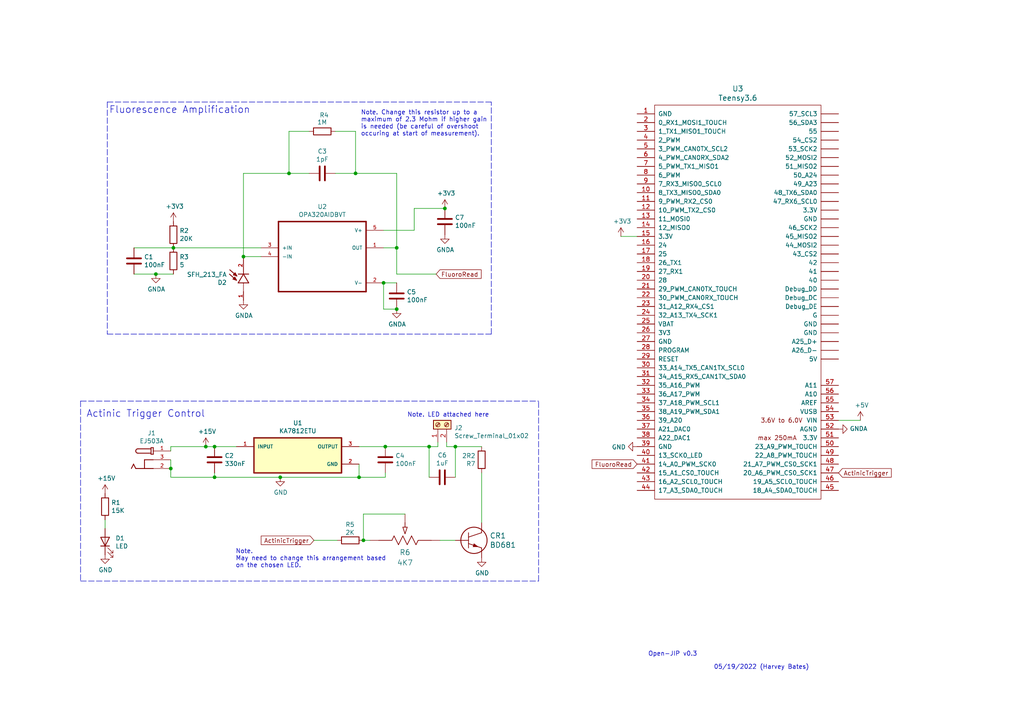
<source format=kicad_sch>
(kicad_sch (version 20211123) (generator eeschema)
  (paper "A4")
  (lib_symbols
    (symbol "3386G-1-102LF:3386G-1-102LF" (pin_numbers hide) (pin_names (offset -1.651) hide)
      (property "Reference" "R" (at 10.795 -3.175 0))
      (property "Value" "3386G-1-102LF" (at 10.795 -9.525 0))
      (symbol "3386G-1-102LF_1_1"
        (polyline (pts (xy 2.54 0) (xy 6.35 0)) (stroke (width 0.2032)))
        (polyline (pts (xy 6.35 0) (xy 6.985 1.27)) (stroke (width 0.2032)))
        (polyline (pts (xy 6.985 1.27) (xy 8.255 -1.27)) (stroke (width 0.2032)))
        (polyline (pts (xy 8.255 -1.27) (xy 9.525 1.27)) (stroke (width 0.2032)))
        (polyline (pts (xy 9.525 1.27) (xy 10.795 -1.27)) (stroke (width 0.2032)))
        (polyline (pts (xy 9.525 3.81) (xy 10.16 1.905)) (stroke (width 0.2032)))
        (polyline (pts (xy 9.525 3.81) (xy 10.795 3.81)) (stroke (width 0.2032)))
        (polyline (pts (xy 10.16 3.81) (xy 10.16 5.08)) (stroke (width 0.2032)))
        (polyline (pts (xy 10.795 -1.27) (xy 12.065 1.27)) (stroke (width 0.2032)))
        (polyline (pts (xy 10.795 3.81) (xy 10.16 1.905)) (stroke (width 0.2032)))
        (polyline (pts (xy 12.065 1.27) (xy 13.335 -1.27)) (stroke (width 0.2032)))
        (polyline (pts (xy 13.335 -1.27) (xy 13.97 0)) (stroke (width 0.2032)))
        (polyline (pts (xy 13.97 0) (xy 17.78 0)) (stroke (width 0.2032)))
        (pin unspecified line (at 0 0 0) (length 2.54) (name "1") (number "1"))
        (pin unspecified line (at 10.16 7.62 270) (length 2.54) (name "2") (number "2"))
        (pin unspecified line (at 20.32 0 180) (length 2.54) (name "3") (number "3"))
      )
    )
    (symbol "Connector:Screw_Terminal_01x02" (pin_names (offset 1.016) hide)
      (property "Reference" "J" (at 0 2.54 0))
      (property "Value" "Screw_Terminal_01x02" (at 0 -5.08 0))
      (symbol "Screw_Terminal_01x02_1_1"
        (rectangle (start -1.27 1.27) (end 1.27 -3.81) (stroke (width 0.254)) (fill (type background)))
        (circle (center 0 -2.54) (radius 0.635) (stroke (width 0.1524)))
        (polyline (pts (xy -0.5334 -2.2098) (xy 0.3302 -3.048)) (stroke (width 0.1524)))
        (polyline (pts (xy -0.5334 0.3302) (xy 0.3302 -0.508)) (stroke (width 0.1524)))
        (polyline (pts (xy -0.3556 -2.032) (xy 0.508 -2.8702)) (stroke (width 0.1524)))
        (polyline (pts (xy -0.3556 0.508) (xy 0.508 -0.3302)) (stroke (width 0.1524)))
        (circle (center 0 0) (radius 0.635) (stroke (width 0.1524)))
        (pin passive line (at -5.08 0 0) (length 3.81) (name "Pin_1") (number "1"))
        (pin passive line (at -5.08 -2.54 0) (length 3.81) (name "Pin_2") (number "2"))
      )
    )
    (symbol "Device:C" (pin_numbers hide) (pin_names (offset 0.254))
      (property "Reference" "C" (at 0.635 2.54 0))
      (property "Value" "C" (at 0.635 -2.54 0))
      (symbol "C_0_1"
        (polyline (pts (xy -2.032 -0.762) (xy 2.032 -0.762)) (stroke (width 0.508)))
        (polyline (pts (xy -2.032 0.762) (xy 2.032 0.762)) (stroke (width 0.508)))
      )
      (symbol "C_1_1"
        (pin passive line (at 0 3.81 270) (length 2.794) (name "~") (number "1"))
        (pin passive line (at 0 -3.81 90) (length 2.794) (name "~") (number "2"))
      )
    )
    (symbol "Device:LED" (pin_numbers hide) (pin_names (offset 1.016) hide)
      (property "Reference" "D" (at 0 2.54 0))
      (property "Value" "LED" (at 0 -2.54 0))
      (symbol "LED_0_1"
        (polyline (pts (xy -1.27 -1.27) (xy -1.27 1.27)) (stroke (width 0.254)))
        (polyline (pts (xy -1.27 0) (xy 1.27 0)))
        (polyline (pts (xy 1.27 -1.27) (xy 1.27 1.27) (xy -1.27 0) (xy 1.27 -1.27)) (stroke (width 0.254)))
        (polyline (pts (xy -3.048 -0.762) (xy -4.572 -2.286) (xy -3.81 -2.286) (xy -4.572 -2.286) (xy -4.572 -1.524)))
        (polyline (pts (xy -1.778 -0.762) (xy -3.302 -2.286) (xy -2.54 -2.286) (xy -3.302 -2.286) (xy -3.302 -1.524)))
      )
      (symbol "LED_1_1"
        (pin passive line (at -3.81 0 0) (length 2.54) (name "K") (number "1"))
        (pin passive line (at 3.81 0 180) (length 2.54) (name "A") (number "2"))
      )
    )
    (symbol "Device:R" (pin_numbers hide) (pin_names (offset 0))
      (property "Reference" "R" (at 2.032 0 90))
      (property "Value" "R" (at 0 0 90))
      (symbol "R_0_1"
        (rectangle (start -1.016 -2.54) (end 1.016 2.54) (stroke (width 0.254)))
      )
      (symbol "R_1_1"
        (pin passive line (at 0 3.81 270) (length 1.27) (name "~") (number "1"))
        (pin passive line (at 0 -3.81 90) (length 1.27) (name "~") (number "2"))
      )
    )
    (symbol "Open-JIP-rescue:+3.3V-power" (power) (pin_names (offset 0))
      (property "Value" "+3.3V-power" (at 0 3.556 0))
      (symbol "+3.3V-power_0_1"
        (polyline (pts (xy -0.762 1.27) (xy 0 2.54)))
        (polyline (pts (xy 0 0) (xy 0 2.54)))
        (polyline (pts (xy 0 2.54) (xy 0.762 1.27)))
      )
      (symbol "+3.3V-power_1_1"
        (pin power_in line (at 0 0 90) (length 0) hide (name "+3V3") (number "1"))
      )
    )
    (symbol "Open-JIP-rescue:BD681-BD681" (pin_numbers hide) (pin_names (offset 0) hide)
      (property "Reference" "CR" (at 10.16 2.54 0))
      (property "Value" "BD681-BD681" (at 10.16 -5.08 0))
      (symbol "BD681-BD681_1_1"
        (polyline (pts (xy 2.54 0) (xy 3.81 0)) (stroke (width 0.2032)))
        (polyline (pts (xy 3.81 -2.2098) (xy 3.81 2.2098)) (stroke (width 0.2032)))
        (polyline (pts (xy 3.81 -0.9398) (xy 7.62 -2.2098)) (stroke (width 0.2032)))
        (polyline (pts (xy 3.81 0.9398) (xy 7.62 2.2098)) (stroke (width 0.2032)))
        (polyline (pts (xy 7.62 -2.54) (xy 7.62 -2.2098)) (stroke (width 0.2032)))
        (polyline (pts (xy 7.62 2.2098) (xy 7.62 2.54)) (stroke (width 0.2032)))
        (polyline (pts (xy 5.3848 -0.9398) (xy 5.08 -1.905) (xy 6.6548 -1.905) (xy 5.3848 -0.9398)) (stroke (width 0.0254)) (fill (type outline)))
        (circle (center 5.3848 0) (radius 3.81) (stroke (width 0.254)))
        (pin unspecified line (at 0 0 0) (length 2.54) (name "B") (number "1"))
        (pin unspecified line (at 7.62 5.08 270) (length 2.54) (name "C") (number "2"))
        (pin unspecified line (at 7.62 -5.08 90) (length 2.54) (name "E") (number "3"))
      )
    )
    (symbol "Open-JIP-rescue:EJ503A-DCJack_EJ503A" (pin_names (offset 1.016) hide)
      (property "Reference" "J" (at -5.08 5.08 0))
      (property "Value" "EJ503A-DCJack_EJ503A" (at -5.08 -7.62 0))
      (symbol "EJ503A-DCJack_EJ503A_0_0"
        (arc (start -5.08 2.54) (mid -4.894 2.091) (end -4.445 1.905) (stroke (width 0.254)))
        (arc (start -4.445 3.175) (mid -4.894 2.989) (end -5.08 2.54) (stroke (width 0.254)))
        (polyline (pts (xy -5.715 -1.27) (xy -6.35 -2.54)) (stroke (width 0.254)))
        (polyline (pts (xy -5.08 -2.54) (xy -5.715 -1.27)) (stroke (width 0.254)))
        (polyline (pts (xy -4.445 1.905) (xy -0.635 1.905)) (stroke (width 0.254)))
        (polyline (pts (xy -2.54 -2.54) (xy -5.08 -2.54)) (stroke (width 0.254)))
        (polyline (pts (xy -2.54 0) (xy -2.54 -2.54)) (stroke (width 0.254)))
        (polyline (pts (xy -0.635 1.6002) (xy -0.635 1.905)) (stroke (width 0.254)))
        (polyline (pts (xy -0.635 1.905) (xy -0.635 3.175)) (stroke (width 0.254)))
        (polyline (pts (xy -0.635 3.175) (xy -4.445 3.175)) (stroke (width 0.254)))
        (polyline (pts (xy -0.635 3.175) (xy -0.635 3.5052)) (stroke (width 0.254)))
        (polyline (pts (xy -0.635 3.5052) (xy 0 3.5052)) (stroke (width 0.254)))
        (polyline (pts (xy 0 -2.54) (xy -2.54 -2.54)) (stroke (width 0.254)))
        (polyline (pts (xy 0 0) (xy -2.54 0)) (stroke (width 0.254)))
        (polyline (pts (xy 0 1.6002) (xy -0.635 1.6002)) (stroke (width 0.254)))
        (polyline (pts (xy 0 3.5052) (xy 0 1.6002)) (stroke (width 0.254)))
        (pin passive line (at 5.08 2.54 180) (length 5.08) (name "~") (number "1"))
        (pin passive line (at 5.08 -2.54 180) (length 5.08) (name "~") (number "2"))
        (pin passive line (at 5.08 0 180) (length 5.08) (name "~") (number "3"))
      )
    )
    (symbol "Open-JIP-rescue:KA7812ETU-KA7812ETU" (pin_names (offset 1.016))
      (property "Reference" "U" (at -12.7 6.0706 0))
      (property "Value" "KA7812ETU-KA7812ETU" (at -12.7 -9.0678 0))
      (symbol "KA7812ETU-KA7812ETU_0_0"
        (rectangle (start -12.7 -5.08) (end 12.7 5.08) (stroke (width 0.4064)) (fill (type background)))
        (pin input line (at -17.78 2.54 0) (length 5.08) (name "INPUT") (number "1"))
        (pin power_in line (at 17.78 -2.54 180) (length 5.08) (name "GND") (number "2"))
        (pin output line (at 17.78 2.54 180) (length 5.08) (name "OUTPUT") (number "3"))
      )
    )
    (symbol "Open-JIP-rescue:OPA320AIDBVT-OPA320AIDBVT" (pin_names (offset 1.016))
      (property "Reference" "U" (at -12.7 11.1506 0))
      (property "Value" "OPA320AIDBVT-OPA320AIDBVT" (at -12.7 -14.1478 0))
      (symbol "OPA320AIDBVT-OPA320AIDBVT_0_0"
        (polyline (pts (xy -12.7 -10.16) (xy -12.7 10.16)) (stroke (width 0.4064)))
        (polyline (pts (xy -12.7 10.16) (xy 12.7 10.16)) (stroke (width 0.4064)))
        (polyline (pts (xy 12.7 -10.16) (xy -12.7 -10.16)) (stroke (width 0.4064)))
        (polyline (pts (xy 12.7 10.16) (xy 12.7 -10.16)) (stroke (width 0.4064)))
        (pin output line (at 17.78 2.54 180) (length 5.08) (name "OUT") (number "1"))
        (pin power_in line (at 17.78 -7.62 180) (length 5.08) (name "V-") (number "2"))
        (pin input line (at -17.78 2.54 0) (length 5.08) (name "+IN") (number "3"))
        (pin input line (at -17.78 0 0) (length 5.08) (name "-IN") (number "4"))
        (pin power_in line (at 17.78 7.62 180) (length 5.08) (name "V+") (number "5"))
      )
    )
    (symbol "Open-JIP-rescue:SFH_213_FA-SFH_213_FA" (pin_names (offset 1.016) hide)
      (property "Reference" "D" (at -3.0988 4.4958 0))
      (property "Value" "SFH_213_FA-SFH_213_FA" (at -3.556 -3.302 0))
      (symbol "SFH_213_FA-SFH_213_FA_0_0"
        (polyline (pts (xy -2.54 -1.524) (xy 0 0)) (stroke (width 0.254)))
        (polyline (pts (xy -2.54 0) (xy -5.08 0)) (stroke (width 0.1524)))
        (polyline (pts (xy -2.54 0) (xy -2.54 -1.524)) (stroke (width 0.254)))
        (polyline (pts (xy -2.54 1.524) (xy -2.54 0)) (stroke (width 0.254)))
        (polyline (pts (xy -1.778 2.032) (xy -1.4478 2.9972)) (stroke (width 0.254)))
        (polyline (pts (xy -1.778 2.032) (xy 0 4.064)) (stroke (width 0.254)))
        (polyline (pts (xy -1.4732 2.2606) (xy -1.3462 2.2606)) (stroke (width 0.254)))
        (polyline (pts (xy -1.4478 2.9972) (xy -1.4732 2.2606)) (stroke (width 0.254)))
        (polyline (pts (xy -1.4478 2.9972) (xy -0.889 2.5146)) (stroke (width 0.254)))
        (polyline (pts (xy -1.0668 2.5908) (xy -1.2954 2.4384)) (stroke (width 0.254)))
        (polyline (pts (xy -0.889 2.5146) (xy -1.778 2.032)) (stroke (width 0.254)))
        (polyline (pts (xy -0.5334 1.9304) (xy -0.2032 2.8956)) (stroke (width 0.254)))
        (polyline (pts (xy -0.5334 1.9304) (xy 1.2446 3.9624)) (stroke (width 0.254)))
        (polyline (pts (xy -0.2286 2.159) (xy -0.1016 2.159)) (stroke (width 0.254)))
        (polyline (pts (xy -0.2032 2.8956) (xy -0.2286 2.159)) (stroke (width 0.254)))
        (polyline (pts (xy -0.2032 2.8956) (xy 0.3556 2.413)) (stroke (width 0.254)))
        (polyline (pts (xy 0 0) (xy -2.54 1.524)) (stroke (width 0.254)))
        (polyline (pts (xy 0 1.524) (xy 0 -1.524)) (stroke (width 0.254)))
        (polyline (pts (xy 0.1778 2.4892) (xy -0.0508 2.3368)) (stroke (width 0.254)))
        (polyline (pts (xy 0.3556 2.413) (xy -0.5334 1.9304)) (stroke (width 0.254)))
        (pin passive line (at -7.62 0 0) (length 2.54) (name "~") (number "1"))
        (pin passive line (at 5.08 0 180) (length 5.08) (name "~") (number "2"))
      )
    )
    (symbol "Open-JIP-rescue:Teensy3.6-teensy" (pin_names (offset 1.016))
      (property "Reference" "U" (at 0 59.69 0))
      (property "Value" "Teensy3.6-teensy" (at 0 -59.69 0))
      (symbol "Teensy3.6-teensy_0_0"
        (rectangle (start -24.13 57.15) (end 24.13 -57.15))
        (text "3.6V to 6.0V" (at 12.7 -34.29 0) (effects (font (size 1.27 1.27))))
        (text "max 250mA" (at 11.43 -39.37 0) (effects (font (size 1.27 1.27))))
      )
      (symbol "Teensy3.6-teensy_1_1"
        (pin power_in line (at -29.21 54.61 0) (length 5.08) (name "GND") (number "1"))
        (pin bidirectional line (at -29.21 31.75 0) (length 5.08) (name "8_TX3_MISO0_SDA0") (number "10"))
        (pin bidirectional line (at -29.21 29.21 0) (length 5.08) (name "9_PWM_RX2_CS0") (number "11"))
        (pin bidirectional line (at -29.21 26.67 0) (length 5.08) (name "10_PWM_TX2_CS0") (number "12"))
        (pin bidirectional line (at -29.21 24.13 0) (length 5.08) (name "11_MOSI0") (number "13"))
        (pin bidirectional line (at -29.21 21.59 0) (length 5.08) (name "12_MISO0") (number "14"))
        (pin power_in line (at -29.21 19.05 0) (length 5.08) (name "3.3V") (number "15"))
        (pin bidirectional line (at -29.21 16.51 0) (length 5.08) (name "24") (number "16"))
        (pin bidirectional line (at -29.21 13.97 0) (length 5.08) (name "25") (number "17"))
        (pin bidirectional line (at -29.21 11.43 0) (length 5.08) (name "26_TX1") (number "18"))
        (pin bidirectional line (at -29.21 8.89 0) (length 5.08) (name "27_RX1") (number "19"))
        (pin bidirectional line (at -29.21 52.07 0) (length 5.08) (name "0_RX1_MOSI1_TOUCH") (number "2"))
        (pin bidirectional line (at -29.21 6.35 0) (length 5.08) (name "28") (number "20"))
        (pin bidirectional line (at -29.21 3.81 0) (length 5.08) (name "29_PWM_CAN0TX_TOUCH") (number "21"))
        (pin bidirectional line (at -29.21 1.27 0) (length 5.08) (name "30_PWM_CAN0RX_TOUCH") (number "22"))
        (pin bidirectional line (at -29.21 -1.27 0) (length 5.08) (name "31_A12_RX4_CS1") (number "23"))
        (pin bidirectional line (at -29.21 -3.81 0) (length 5.08) (name "32_A13_TX4_SCK1") (number "24"))
        (pin power_in line (at -29.21 -6.35 0) (length 5.08) (name "VBAT") (number "25"))
        (pin power_in line (at -29.21 -8.89 0) (length 5.08) (name "3V3") (number "26"))
        (pin power_in line (at -29.21 -11.43 0) (length 5.08) (name "GND") (number "27"))
        (pin input line (at -29.21 -13.97 0) (length 5.08) (name "PROGRAM") (number "28"))
        (pin input line (at -29.21 -16.51 0) (length 5.08) (name "RESET") (number "29"))
        (pin bidirectional line (at -29.21 49.53 0) (length 5.08) (name "1_TX1_MISO1_TOUCH") (number "3"))
        (pin bidirectional line (at -29.21 -19.05 0) (length 5.08) (name "33_A14_TX5_CAN1TX_SCL0") (number "30"))
        (pin bidirectional line (at -29.21 -21.59 0) (length 5.08) (name "34_A15_RX5_CAN1TX_SDA0") (number "31"))
        (pin bidirectional line (at -29.21 -24.13 0) (length 5.08) (name "35_A16_PWM") (number "32"))
        (pin bidirectional line (at -29.21 -26.67 0) (length 5.08) (name "36_A17_PWM") (number "33"))
        (pin bidirectional line (at -29.21 -29.21 0) (length 5.08) (name "37_A18_PWM_SCL1") (number "34"))
        (pin bidirectional line (at -29.21 -31.75 0) (length 5.08) (name "38_A19_PWM_SDA1") (number "35"))
        (pin bidirectional line (at -29.21 -34.29 0) (length 5.08) (name "39_A20") (number "36"))
        (pin bidirectional line (at -29.21 -36.83 0) (length 5.08) (name "A21_DAC0") (number "37"))
        (pin bidirectional line (at -29.21 -39.37 0) (length 5.08) (name "A22_DAC1") (number "38"))
        (pin power_in line (at -29.21 -41.91 0) (length 5.08) (name "GND") (number "39"))
        (pin bidirectional line (at -29.21 46.99 0) (length 5.08) (name "2_PWM") (number "4"))
        (pin bidirectional line (at -29.21 -44.45 0) (length 5.08) (name "13_SCK0_LED") (number "40"))
        (pin bidirectional line (at -29.21 -46.99 0) (length 5.08) (name "14_A0_PWM_SCK0") (number "41"))
        (pin bidirectional line (at -29.21 -49.53 0) (length 5.08) (name "15_A1_CS0_TOUCH") (number "42"))
        (pin bidirectional line (at -29.21 -52.07 0) (length 5.08) (name "16_A2_SCL0_TOUCH") (number "43"))
        (pin bidirectional line (at -29.21 -54.61 0) (length 5.08) (name "17_A3_SDA0_TOUCH") (number "44"))
        (pin bidirectional line (at 29.21 -54.61 180) (length 5.08) (name "18_A4_SDA0_TOUCH") (number "45"))
        (pin bidirectional line (at 29.21 -52.07 180) (length 5.08) (name "19_A5_SCL0_TOUCH") (number "46"))
        (pin bidirectional line (at 29.21 -49.53 180) (length 5.08) (name "20_A6_PWM_CS0_SCK1") (number "47"))
        (pin bidirectional line (at 29.21 -46.99 180) (length 5.08) (name "21_A7_PWM_CS0_SCK1") (number "48"))
        (pin bidirectional line (at 29.21 -44.45 180) (length 5.08) (name "22_A8_PWM_TOUCH") (number "49"))
        (pin bidirectional line (at -29.21 44.45 0) (length 5.08) (name "3_PWM_CAN0TX_SCL2") (number "5"))
        (pin bidirectional line (at 29.21 -41.91 180) (length 5.08) (name "23_A9_PWM_TOUCH") (number "50"))
        (pin power_out line (at 29.21 -39.37 180) (length 5.08) (name "3.3V") (number "51"))
        (pin power_out line (at 29.21 -36.83 180) (length 5.08) (name "AGND") (number "52"))
        (pin power_in line (at 29.21 -34.29 180) (length 5.08) (name "VIN") (number "53"))
        (pin power_in line (at 29.21 -31.75 180) (length 5.08) (name "VUSB") (number "54"))
        (pin input line (at 29.21 -29.21 180) (length 5.08) (name "AREF") (number "55"))
        (pin bidirectional line (at 29.21 -26.67 180) (length 5.08) (name "A10") (number "56"))
        (pin bidirectional line (at 29.21 -24.13 180) (length 5.08) (name "A11") (number "57"))
        (pin bidirectional line (at -29.21 41.91 0) (length 5.08) (name "4_PWM_CAN0RX_SDA2") (number "6"))
        (pin bidirectional line (at -29.21 39.37 0) (length 5.08) (name "5_PWM_TX1_MISO1") (number "7"))
        (pin bidirectional line (at -29.21 36.83 0) (length 5.08) (name "6_PWM") (number "8"))
        (pin bidirectional line (at -29.21 34.29 0) (length 5.08) (name "7_RX3_MISO0_SCL0") (number "9"))
        (pin power_in line (at 29.21 26.67 180) (length 5.08) (name "3.3V") (number "~"))
        (pin bidirectional line (at 29.21 6.35 180) (length 5.08) (name "40") (number "~"))
        (pin bidirectional line (at 29.21 8.89 180) (length 5.08) (name "41") (number "~"))
        (pin bidirectional line (at 29.21 11.43 180) (length 5.08) (name "42") (number "~"))
        (pin bidirectional line (at 29.21 13.97 180) (length 5.08) (name "43_CS2") (number "~"))
        (pin bidirectional line (at 29.21 16.51 180) (length 5.08) (name "44_MOSI2") (number "~"))
        (pin bidirectional line (at 29.21 19.05 180) (length 5.08) (name "45_MISO2") (number "~"))
        (pin bidirectional line (at 29.21 21.59 180) (length 5.08) (name "46_SCK2") (number "~"))
        (pin bidirectional line (at 29.21 29.21 180) (length 5.08) (name "47_RX6_SCL0") (number "~"))
        (pin bidirectional line (at 29.21 31.75 180) (length 5.08) (name "48_TX6_SDA0") (number "~"))
        (pin bidirectional line (at 29.21 34.29 180) (length 5.08) (name "49_A23") (number "~"))
        (pin bidirectional line (at 29.21 36.83 180) (length 5.08) (name "50_A24") (number "~"))
        (pin bidirectional line (at 29.21 39.37 180) (length 5.08) (name "51_MISO2") (number "~"))
        (pin bidirectional line (at 29.21 41.91 180) (length 5.08) (name "52_MOSI2") (number "~"))
        (pin bidirectional line (at 29.21 44.45 180) (length 5.08) (name "53_SCK2") (number "~"))
        (pin bidirectional line (at 29.21 46.99 180) (length 5.08) (name "54_CS2") (number "~"))
        (pin bidirectional line (at 29.21 49.53 180) (length 5.08) (name "55") (number "~"))
        (pin bidirectional line (at 29.21 52.07 180) (length 5.08) (name "56_SDA3") (number "~"))
        (pin bidirectional line (at 29.21 54.61 180) (length 5.08) (name "57_SCL3") (number "~"))
        (pin power_in line (at 29.21 -16.51 180) (length 5.08) (name "5V") (number "~"))
        (pin bidirectional line (at 29.21 -11.43 180) (length 5.08) (name "A25_D+") (number "~"))
        (pin bidirectional line (at 29.21 -13.97 180) (length 5.08) (name "A26_D-") (number "~"))
        (pin input line (at 29.21 1.27 180) (length 5.08) (name "Debug_DC") (number "~"))
        (pin input line (at 29.21 3.81 180) (length 5.08) (name "Debug_DD") (number "~"))
        (pin input line (at 29.21 -1.27 180) (length 5.08) (name "Debug_DE") (number "~"))
        (pin power_in line (at 29.21 -3.81 180) (length 5.08) (name "G") (number "~"))
        (pin power_in line (at 29.21 -8.89 180) (length 5.08) (name "GND") (number "~"))
        (pin power_in line (at 29.21 -6.35 180) (length 5.08) (name "GND") (number "~"))
        (pin power_in line (at 29.21 24.13 180) (length 5.08) (name "GND") (number "~"))
      )
    )
    (symbol "power:+15V" (power) (pin_names (offset 0))
      (property "Value" "+15V" (at 0 3.556 0))
      (symbol "+15V_0_1"
        (polyline (pts (xy -0.762 1.27) (xy 0 2.54)))
        (polyline (pts (xy 0 0) (xy 0 2.54)))
        (polyline (pts (xy 0 2.54) (xy 0.762 1.27)))
      )
      (symbol "+15V_1_1"
        (pin power_in line (at 0 0 90) (length 0) hide (name "+15V") (number "1"))
      )
    )
    (symbol "power:+5V" (power) (pin_names (offset 0))
      (property "Value" "+5V" (at 0 3.556 0))
      (symbol "+5V_0_1"
        (polyline (pts (xy -0.762 1.27) (xy 0 2.54)))
        (polyline (pts (xy 0 0) (xy 0 2.54)))
        (polyline (pts (xy 0 2.54) (xy 0.762 1.27)))
      )
      (symbol "+5V_1_1"
        (pin power_in line (at 0 0 90) (length 0) hide (name "+5V") (number "1"))
      )
    )
    (symbol "power:GND" (power) (pin_names (offset 0))
      (property "Value" "GND" (at 0 -3.81 0))
      (symbol "GND_0_1"
        (polyline (pts (xy 0 0) (xy 0 -1.27) (xy 1.27 -1.27) (xy 0 -2.54) (xy -1.27 -1.27) (xy 0 -1.27)))
      )
      (symbol "GND_1_1"
        (pin power_in line (at 0 0 270) (length 0) hide (name "GND") (number "1"))
      )
    )
    (symbol "power:GNDA" (power) (pin_names (offset 0))
      (property "Value" "GNDA" (at 0 -3.81 0))
      (symbol "GNDA_0_1"
        (polyline (pts (xy 0 0) (xy 0 -1.27) (xy 1.27 -1.27) (xy 0 -2.54) (xy -1.27 -1.27) (xy 0 -1.27)))
      )
      (symbol "GNDA_1_1"
        (pin power_in line (at 0 0 270) (length 0) hide (name "GNDA") (number "1"))
      )
    )
  )
  (junction (at 62.23 129.54))
  (junction (at 111.76 129.54))
  (junction (at 111.252 82.042))
  (junction (at 105.41 156.718))
  (junction (at 103.124 50.292))
  (junction (at 83.82 50.292))
  (junction (at 45.212 79.502))
  (junction (at 124.46 129.54))
  (junction (at 132.08 129.54))
  (junction (at 62.23 138.43))
  (junction (at 59.69 129.54))
  (junction (at 50.292 71.882))
  (junction (at 115.062 71.882))
  (junction (at 49.53 135.89))
  (junction (at 104.14 138.43))
  (junction (at 70.612 74.422))
  (junction (at 129.032 60.452))
  (junction (at 81.28 138.43))
  (junction (at 115.062 89.662))
  (wire (pts (xy 129.54 128.27) (xy 129.54 129.54)))
  (wire (pts (xy 83.82 50.292) (xy 89.662 50.292)))
  (polyline (pts (xy 23.368 116.332) (xy 156.21 116.332)))
  (wire (pts (xy 104.14 138.43) (xy 104.14 134.62)))
  (wire (pts (xy 70.612 50.292) (xy 83.82 50.292)))
  (wire (pts (xy 124.46 129.54) (xy 124.46 138.43)))
  (wire (pts (xy 45.212 79.502) (xy 50.292 79.502)))
  (wire (pts (xy 115.062 79.502) (xy 126.492 79.502)))
  (wire (pts (xy 49.53 133.35) (xy 49.53 135.89)))
  (wire (pts (xy 139.7 137.16) (xy 139.7 151.638)))
  (wire (pts (xy 111.76 138.43) (xy 104.14 138.43)))
  (wire (pts (xy 59.69 129.54) (xy 49.53 129.54)))
  (wire (pts (xy 127 129.54) (xy 127 128.27)))
  (wire (pts (xy 91.059 156.718) (xy 97.79 156.718)))
  (wire (pts (xy 115.062 71.882) (xy 115.062 79.502)))
  (wire (pts (xy 105.41 156.718) (xy 107.315 156.718)))
  (wire (pts (xy 49.53 138.43) (xy 62.23 138.43)))
  (wire (pts (xy 115.062 50.292) (xy 115.062 71.882)))
  (wire (pts (xy 38.862 71.882) (xy 50.292 71.882)))
  (wire (pts (xy 103.124 38.1) (xy 103.124 50.292)))
  (wire (pts (xy 243.205 121.92) (xy 249.555 121.92)))
  (polyline (pts (xy 31.115 29.591) (xy 142.494 29.591)))
  (wire (pts (xy 70.612 74.422) (xy 75.692 74.422)))
  (wire (pts (xy 68.58 129.54) (xy 62.23 129.54)))
  (wire (pts (xy 124.46 129.54) (xy 127 129.54)))
  (wire (pts (xy 83.82 38.1) (xy 83.82 50.292)))
  (wire (pts (xy 104.14 129.54) (xy 111.76 129.54)))
  (polyline (pts (xy 31.115 96.901) (xy 142.494 96.901)))
  (wire (pts (xy 105.41 156.718) (xy 105.41 149.098)))
  (wire (pts (xy 111.252 82.042) (xy 111.252 89.662)))
  (polyline (pts (xy 156.21 168.529) (xy 156.21 116.332)))
  (wire (pts (xy 62.23 138.43) (xy 81.28 138.43)))
  (wire (pts (xy 70.612 74.422) (xy 70.612 50.292)))
  (wire (pts (xy 132.08 138.43) (xy 132.08 129.54)))
  (wire (pts (xy 120.142 60.452) (xy 129.032 60.452)))
  (wire (pts (xy 111.76 137.16) (xy 111.76 138.43)))
  (wire (pts (xy 129.54 129.54) (xy 132.08 129.54)))
  (wire (pts (xy 30.48 153.289) (xy 30.48 150.749)))
  (wire (pts (xy 120.142 66.802) (xy 120.142 60.452)))
  (wire (pts (xy 132.08 129.54) (xy 139.7 129.54)))
  (wire (pts (xy 62.23 129.54) (xy 59.69 129.54)))
  (wire (pts (xy 127.635 156.718) (xy 132.08 156.718)))
  (wire (pts (xy 111.252 82.042) (xy 115.062 82.042)))
  (wire (pts (xy 111.252 66.802) (xy 120.142 66.802)))
  (wire (pts (xy 38.862 79.502) (xy 45.212 79.502)))
  (wire (pts (xy 111.252 89.662) (xy 115.062 89.662)))
  (wire (pts (xy 49.53 135.89) (xy 49.53 138.43)))
  (wire (pts (xy 97.282 38.1) (xy 103.124 38.1)))
  (polyline (pts (xy 31.115 29.591) (xy 31.115 96.901)))
  (polyline (pts (xy 23.368 168.529) (xy 156.21 168.529)))
  (polyline (pts (xy 142.494 96.901) (xy 142.494 29.591)))
  (wire (pts (xy 115.062 71.882) (xy 111.252 71.882)))
  (wire (pts (xy 49.53 129.54) (xy 49.53 130.81)))
  (wire (pts (xy 81.28 138.43) (xy 104.14 138.43)))
  (polyline (pts (xy 23.368 116.332) (xy 23.368 168.529)))
  (wire (pts (xy 50.292 71.882) (xy 75.692 71.882)))
  (wire (pts (xy 184.785 68.58) (xy 180.086 68.58)))
  (wire (pts (xy 111.76 129.54) (xy 124.46 129.54)))
  (wire (pts (xy 89.662 38.1) (xy 83.82 38.1)))
  (wire (pts (xy 62.23 137.16) (xy 62.23 138.43)))
  (wire (pts (xy 97.282 50.292) (xy 103.124 50.292)))
  (wire (pts (xy 105.41 149.098) (xy 117.475 149.098)))
  (wire (pts (xy 103.124 50.292) (xy 115.062 50.292)))
  (text "Note.\nMay need to change this arrangement based \non the chosen LED." (at 68.326 164.846 0) (effects (font (size 1.27 1.27)) (justify left bottom)))
  (text "05/19/2022 (Harvey Bates)" (at 207.01 194.31 0) (effects (font (size 1.27 1.27)) (justify left bottom)))
  (text "Fluorescence Amplification" (at 31.623 33.147 0) (effects (font (size 2.0066 2.0066)) (justify left bottom)))
  (text "Actinic Trigger Control" (at 25.019 121.285 0) (effects (font (size 2.0066 2.0066)) (justify left bottom)))
  (text "Open-JIP v0.3" (at 187.96 190.5 0) (effects (font (size 1.27 1.27)) (justify left bottom)))
  (text "Note. LED attached here" (at 118.11 121.158 0) (effects (font (size 1.27 1.27)) (justify left bottom)))
  (text "Note. Change this resistor up to a \nmaximum of 2.3 Mohm if higher gain\nis needed (be careful of overshoot \noccuring at start of measurement)." (at 104.648 39.624 0) (effects (font (size 1.27 1.27)) (justify left bottom)))
  (global_label "FluoroRead" (shape input) (at 126.492 79.502 0) (property "Intersheet References" "${INTERSHEET_REFS}" (effects hide)))
  (global_label "FluoroRead" (shape input) (at 184.785 134.62 180) (property "Intersheet References" "${INTERSHEET_REFS}" (effects hide)))
  (global_label "ActinicTrigger" (shape input) (at 243.205 137.16 0) (property "Intersheet References" "${INTERSHEET_REFS}" (effects hide)))
  (global_label "ActinicTrigger" (shape input) (at 91.059 156.718 180) (property "Intersheet References" "${INTERSHEET_REFS}" (effects hide)))
  (symbol (lib_id "Open-JIP-rescue:Teensy3.6-teensy") (at 213.995 87.63 0) (unit 1)
    (property "Reference" "U3" (at 213.995 25.7302 0) (effects (font (size 1.524 1.524))))
    (property "Value" "Teensy3.6" (at 213.995 28.4226 0) (effects (font (size 1.524 1.524))))
    (property "Footprint" "teensy:Teensy35_36" (effects hide))
  )
  (symbol (lib_id "Open-JIP-rescue:BD681-BD681") (at 132.08 156.718 0) (unit 1)
    (property "Reference" "CR1" (at 142.0368 155.3718 0) (effects (font (size 1.524 1.524)) (justify left)))
    (property "Value" "BD681" (at 142.0368 158.0642 0) (effects (font (size 1.524 1.524)) (justify left)))
    (property "Footprint" "BD681:BD681" (effects hide))
  )
  (symbol (lib_id "Open-JIP-rescue:OPA320AIDBVT-OPA320AIDBVT") (at 93.472 74.422 0) (unit 1)
    (property "Reference" "U2" (at 93.472 59.944 0))
    (property "Value" "OPA320AIDBVT" (at 93.472 62.2554 0))
    (property "Footprint" "OPA320AIDBVR:OPA320AIDBVR" (effects hide))
  )
  (symbol (lib_id "Open-JIP-rescue:SFH_213_FA-SFH_213_FA") (at 70.612 79.502 90) (unit 1)
    (property "Reference" "D2" (at 65.786 81.9404 90) (effects (justify left)))
    (property "Value" "SFH_213_FA" (at 65.786 79.629 90) (effects (justify left)))
    (property "Footprint" "SFH_213_FA:SFH_213_FA" (effects hide))
    (property "STANDARD" "Manufacturer Recommendations" (effects hide))
    (property "MANUFACTURER" "OSRAM" (effects hide))
    (property "PARTREV" "1.3" (effects hide))
  )
  (symbol (lib_id "Open-JIP-rescue:KA7812ETU-KA7812ETU") (at 86.36 132.08 0) (unit 1)
    (property "Reference" "U1" (at 86.36 122.682 0))
    (property "Value" "KA7812ETU" (at 86.36 124.9934 0))
    (property "Footprint" "KA7812ETU:KA7812ETU" (effects hide))
    (property "Package" "TO253P1067X470X2040-3" (effects hide))
    (property "Manufacturer" "ON Semiconductor" (effects hide))
  )
  (symbol (lib_id "Open-JIP-rescue:EJ503A-DCJack_EJ503A") (at 44.45 133.35 0) (unit 1)
    (property "Reference" "J1" (at 43.9928 125.603 0))
    (property "Value" "EJ503A" (at 43.9928 127.9144 0))
    (property "Footprint" "EJ503A:EJ503A" (effects hide))
    (property "PARTREV" "B" (effects hide))
    (property "MANUFACTURER" "MPD" (effects hide))
    (property "MAXIMUM_PACKAGE_HEIGHT" "11 mm" (effects hide))
    (property "STANDARD" "Manufacturer Recommendations" (effects hide))
  )
  (symbol (lib_id "Device:R") (at 93.472 38.1 270) (unit 1)
    (property "Reference" "R4" (at 95.377 33.401 90) (effects (justify right)))
    (property "Value" "1M" (at 94.869 35.433 90) (effects (justify right)))
    (property "Footprint" "Resistor_SMD:R_0805_2012Metric_Pad1.20x1.40mm_HandSolder" (effects hide))
  )
  (symbol (lib_id "Device:R") (at 50.292 75.692 180) (unit 1)
    (property "Reference" "R3" (at 52.07 74.5236 0) (effects (justify right)))
    (property "Value" "5" (at 52.07 76.835 0) (effects (justify right)))
    (property "Footprint" "Resistor_SMD:R_0805_2012Metric_Pad1.20x1.40mm_HandSolder" (effects hide))
  )
  (symbol (lib_id "Device:R") (at 50.292 68.072 180) (unit 1)
    (property "Reference" "R2" (at 52.07 66.9036 0) (effects (justify right)))
    (property "Value" "20K" (at 52.07 69.215 0) (effects (justify right)))
    (property "Footprint" "Resistor_SMD:R_0805_2012Metric_Pad1.20x1.40mm_HandSolder" (effects hide))
  )
  (symbol (lib_id "Device:R") (at 101.6 156.718 270) (unit 1)
    (property "Reference" "R5" (at 102.87 152.146 90) (effects (justify right)))
    (property "Value" "2K" (at 102.87 154.4574 90) (effects (justify right)))
    (property "Footprint" "Resistor_SMD:R_0805_2012Metric_Pad1.20x1.40mm_HandSolder" (effects hide))
  )
  (symbol (lib_id "Device:C") (at 93.472 50.292 270) (unit 1)
    (property "Reference" "C3" (at 93.472 43.8912 90))
    (property "Value" "1pF" (at 93.472 46.2026 90))
    (property "Footprint" "Capacitor_SMD:C_0805_2012Metric_Pad1.18x1.45mm_HandSolder" (effects hide))
  )
  (symbol (lib_id "Device:C") (at 38.862 75.692 180) (unit 1)
    (property "Reference" "C1" (at 41.783 74.5236 0) (effects (justify right)))
    (property "Value" "100nF" (at 41.783 76.835 0) (effects (justify right)))
    (property "Footprint" "Capacitor_SMD:C_0805_2012Metric_Pad1.18x1.45mm_HandSolder" (effects hide))
  )
  (symbol (lib_id "Device:C") (at 129.032 64.262 180) (unit 1)
    (property "Reference" "C7" (at 131.953 63.0936 0) (effects (justify right)))
    (property "Value" "100nF" (at 131.953 65.405 0) (effects (justify right)))
    (property "Footprint" "Capacitor_SMD:C_0805_2012Metric_Pad1.18x1.45mm_HandSolder" (effects hide))
  )
  (symbol (lib_id "Device:C") (at 115.062 85.852 180) (unit 1)
    (property "Reference" "C5" (at 117.983 84.6836 0) (effects (justify right)))
    (property "Value" "100nF" (at 117.983 86.995 0) (effects (justify right)))
    (property "Footprint" "Capacitor_SMD:C_0805_2012Metric_Pad1.18x1.45mm_HandSolder" (effects hide))
  )
  (symbol (lib_id "Device:R") (at 30.48 146.939 0) (unit 1)
    (property "Reference" "R1" (at 32.258 145.7706 0) (effects (justify left)))
    (property "Value" "15K" (at 32.258 148.082 0) (effects (justify left)))
    (property "Footprint" "Resistor_SMD:R_0805_2012Metric_Pad1.20x1.40mm_HandSolder" (effects hide))
  )
  (symbol (lib_id "Device:LED") (at 30.48 157.099 90) (unit 1)
    (property "Reference" "D1" (at 33.4772 156.1084 90) (effects (justify right)))
    (property "Value" "LED" (at 33.4772 158.4198 90) (effects (justify right)))
    (property "Footprint" "LED_SMD:LED_0805_2012Metric_Pad1.15x1.40mm_HandSolder" (effects hide))
  )
  (symbol (lib_id "power:GND") (at 30.48 160.909 0) (unit 1)
    (property "Reference" "#PWR02" (effects hide))
    (property "Value" "GND" (at 30.607 165.3032 0))
  )
  (symbol (lib_id "power:+15V") (at 59.69 129.54 0) (unit 1)
    (property "Reference" "#PWR05" (effects hide))
    (property "Value" "+15V" (at 60.071 125.1458 0))
  )
  (symbol (lib_id "power:+15V") (at 30.48 143.129 0) (unit 1)
    (property "Reference" "#PWR01" (effects hide))
    (property "Value" "+15V" (at 30.861 138.7348 0))
  )
  (symbol (lib_id "Open-JIP-rescue:+3.3V-power") (at 50.292 64.262 0) (unit 1)
    (property "Reference" "#PWR04" (effects hide))
    (property "Value" "+3.3V" (at 50.673 59.8678 0))
  )
  (symbol (lib_id "Open-JIP-rescue:+3.3V-power") (at 129.032 60.452 0) (unit 1)
    (property "Reference" "#PWR09" (effects hide))
    (property "Value" "+3.3V" (at 129.413 56.0578 0))
  )
  (symbol (lib_id "Device:C") (at 62.23 133.35 180) (unit 1)
    (property "Reference" "C2" (at 65.151 132.1816 0) (effects (justify right)))
    (property "Value" "330nF" (at 65.151 134.493 0) (effects (justify right)))
    (property "Footprint" "Capacitor_SMD:C_0805_2012Metric_Pad1.18x1.45mm_HandSolder" (effects hide))
  )
  (symbol (lib_id "Device:C") (at 111.76 133.35 180) (unit 1)
    (property "Reference" "C4" (at 114.681 132.1816 0) (effects (justify right)))
    (property "Value" "100nF" (at 114.681 134.493 0) (effects (justify right)))
    (property "Footprint" "Capacitor_SMD:C_0805_2012Metric_Pad1.18x1.45mm_HandSolder" (effects hide))
  )
  (symbol (lib_id "Connector:Screw_Terminal_01x02") (at 127 123.19 90) (unit 1)
    (property "Reference" "J2" (at 131.7752 124.1044 90) (effects (justify right)))
    (property "Value" "Screw_Terminal_01x02" (at 131.7752 126.4158 90) (effects (justify right)))
    (property "Footprint" "TerminalBlock:TerminalBlock_Altech_AK300-2_P5.00mm" (effects hide))
  )
  (symbol (lib_id "Device:C") (at 128.27 138.43 90) (unit 1)
    (property "Reference" "C6" (at 128.27 132.0292 90))
    (property "Value" "1uF" (at 128.27 134.3406 90))
    (property "Footprint" "Capacitor_SMD:CP_Elec_4x5.4" (effects hide))
  )
  (symbol (lib_id "power:GND") (at 81.28 138.43 0) (unit 1)
    (property "Reference" "#PWR07" (effects hide))
    (property "Value" "GND" (at 81.407 142.8242 0))
  )
  (symbol (lib_id "power:GND") (at 139.7 161.798 0) (unit 1)
    (property "Reference" "#PWR011" (effects hide))
    (property "Value" "GND" (at 139.827 166.1922 0))
  )
  (symbol (lib_id "power:GNDA") (at 115.062 89.662 0) (unit 1)
    (property "Reference" "#PWR08" (effects hide))
    (property "Value" "GNDA" (at 115.189 94.0562 0))
  )
  (symbol (lib_id "power:GNDA") (at 129.032 68.072 0) (unit 1)
    (property "Reference" "#PWR010" (effects hide))
    (property "Value" "GNDA" (at 129.159 72.4662 0))
  )
  (symbol (lib_id "power:GNDA") (at 70.612 87.122 0) (unit 1)
    (property "Reference" "#PWR06" (effects hide))
    (property "Value" "GNDA" (at 70.739 91.5162 0))
  )
  (symbol (lib_id "power:GNDA") (at 45.212 79.502 0) (unit 1)
    (property "Reference" "#PWR03" (effects hide))
    (property "Value" "GNDA" (at 45.339 83.8962 0))
  )
  (symbol (lib_id "power:GNDA") (at 243.205 124.46 90) (unit 1)
    (property "Reference" "#PWR013" (effects hide))
    (property "Value" "GNDA" (at 246.4562 124.333 90) (effects (justify right)))
  )
  (symbol (lib_id "power:GND") (at 184.785 129.54 270) (unit 1)
    (property "Reference" "#PWR012" (effects hide))
    (property "Value" "GND" (at 181.5338 129.667 90) (effects (justify right)))
  )
  (symbol (lib_id "power:+5V") (at 249.555 121.92 0) (unit 1)
    (property "Reference" "#PWR014" (effects hide))
    (property "Value" "+5V" (at 249.936 117.5258 0))
  )
  (symbol (lib_id "Device:R") (at 139.7 133.35 0) (unit 1)
    (property "Reference" "R7" (at 137.922 134.5184 0) (effects (justify right)))
    (property "Value" "2R2" (at 137.922 132.207 0) (effects (justify right)))
    (property "Footprint" "35602R2JT:35602R2JT" (effects hide))
  )
  (symbol (lib_id "Open-JIP-rescue:+3.3V-power") (at 180.086 68.58 0) (unit 1)
    (property "Reference" "#PWR0101" (effects hide))
    (property "Value" "+3.3V" (at 180.467 64.1858 0))
  )
  (symbol (lib_id "3386G-1-102LF:3386G-1-102LF") (at 107.315 156.718 0) (unit 1)
    (property "Reference" "R6" (at 117.475 160.2213 0) (effects (font (size 1.524 1.524))))
    (property "Value" "4K7" (at 117.475 163.2147 0) (effects (font (size 1.524 1.524))))
    (property "Footprint" "3386G-1-102LF:3386G-1-102LF" (effects hide))
  )
)
</source>
